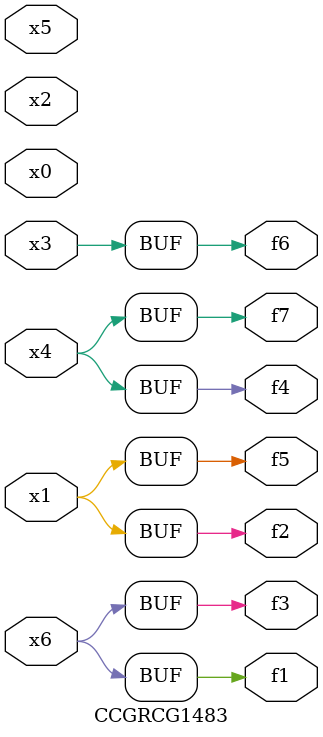
<source format=v>
module CCGRCG1483(
	input x0, x1, x2, x3, x4, x5, x6,
	output f1, f2, f3, f4, f5, f6, f7
);
	assign f1 = x6;
	assign f2 = x1;
	assign f3 = x6;
	assign f4 = x4;
	assign f5 = x1;
	assign f6 = x3;
	assign f7 = x4;
endmodule

</source>
